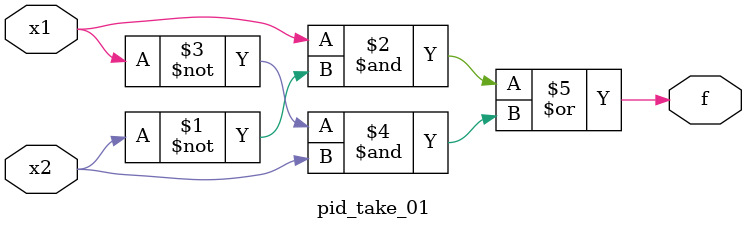
<source format=v>
module pid_take_01(x1, x2, f);
	input x1, x2;
	output f;
	assign f = (x1 & ~x2) | (~x1 & x2);
endmodule
</source>
